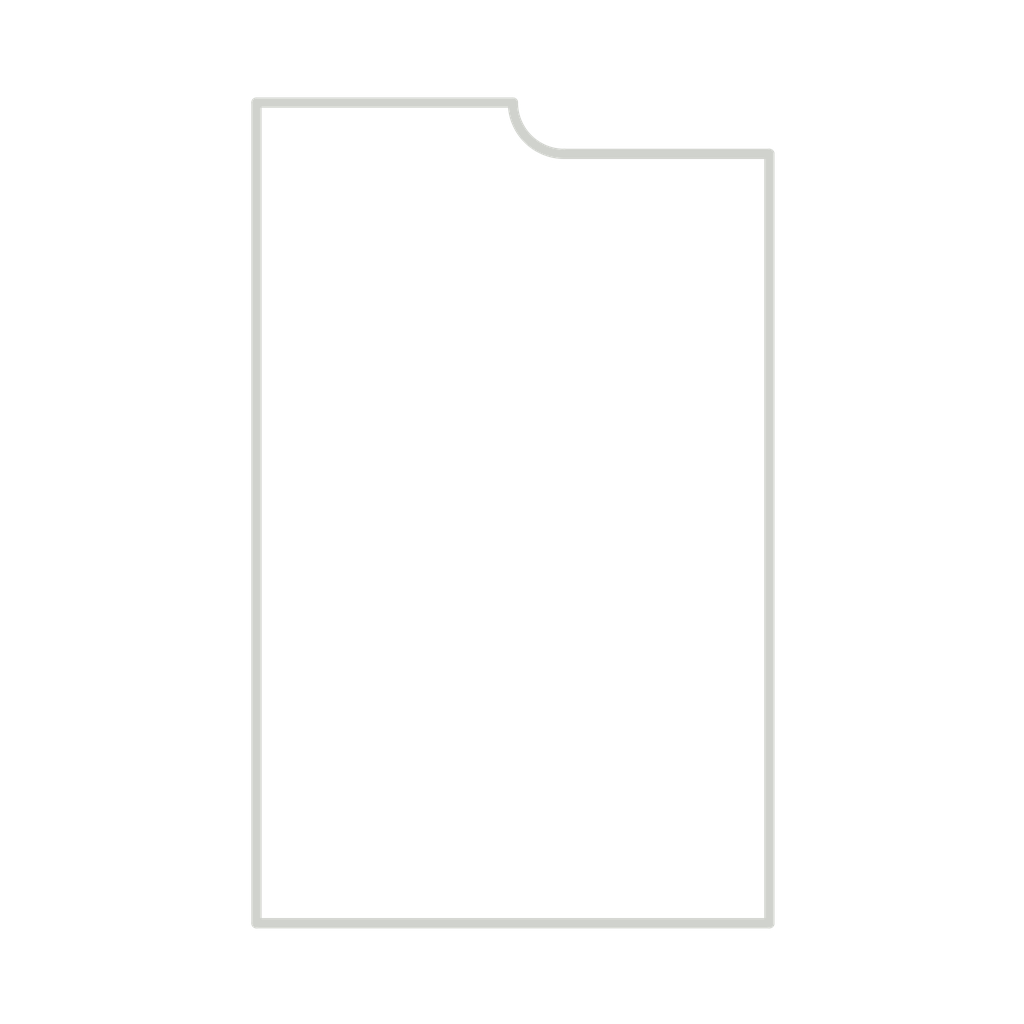
<source format=kicad_pcb>
(kicad_pcb (version 20211014) (generator pcbnew)
  (layers (0 "F.Cu" signal) (31 "B.Cu" signal) (34 "B.Paste" user) (35 "F.Paste" user) (36 "B.SilkS" user "B.Silkscreen") (37 "F.SilkS" user "F.Silkscreen") (38 "B.Mask" user) (39 "F.Mask" user) (44 "Edge.Cuts" user))
  (net 0 "")
  (footprint "feeder:logo-mask" (layer "F.Cu") (at 2.5 -4)
    (fp_text reference "G***" hide)
    (fp_text value "LOGO" hide)
  )
  (gr_line (start 0 0) (end 5 0) (layer "Edge.Cuts") (width 0.1))
  (gr_line (start 0 -8) (end 0 0) (layer "Edge.Cuts") (width 0.1))
  (gr_line (start 3 -7.5) (end 5 -7.5) (layer "Edge.Cuts") (width 0.1))
  (gr_line (start 5 0) (end 5 -7.5) (layer "Edge.Cuts") (width 0.1))
  (gr_line (start 0 -8) (end 2.5 -8) (layer "Edge.Cuts") (width 0.1))
  (gr_arc (start 3 -7.5) (mid 2.646447 -7.646447) (end 2.5 -8) (layer "Edge.Cuts") (width 0.1))
)
</source>
